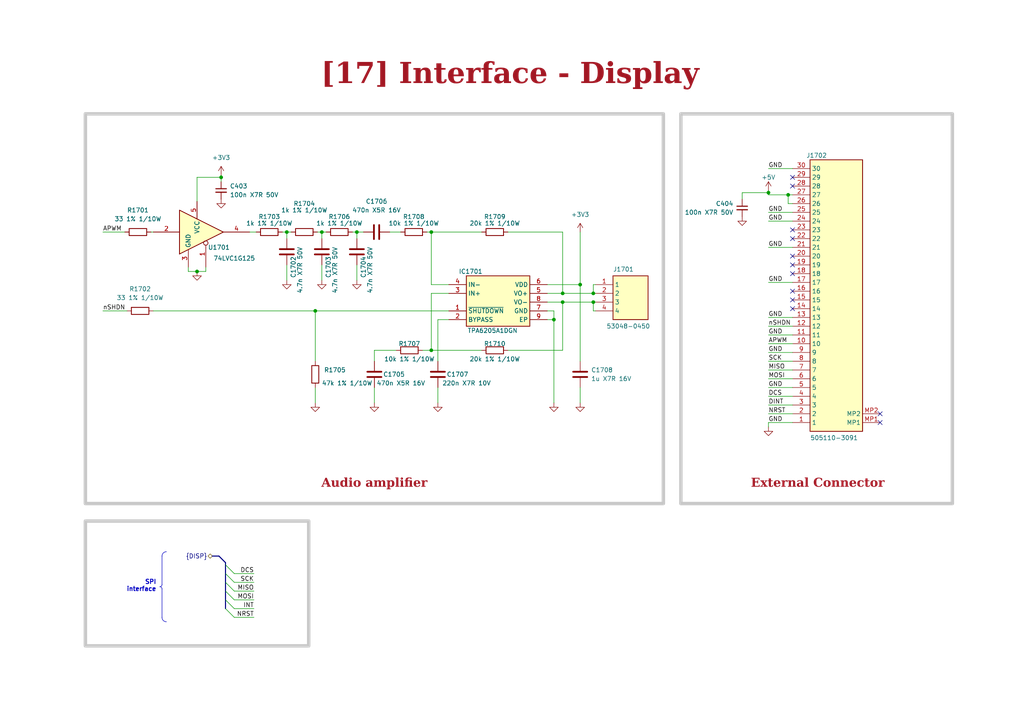
<source format=kicad_sch>
(kicad_sch (version 20230121) (generator eeschema)
  (paper "A4")
  (lib_symbols
    (symbol "505110-3091:505110-3091"
      (property "Reference" "J" (at 21.59 7.62 0))
      (property "Value" "505110-3091" (at 21.59 5.08 0))
      (symbol "505110-3091_1_1"
        (rectangle (start 5.08 2.54) (end 20.32 -76.2) (stroke (width 0.254)) (fill (type background)))
        (pin passive line (at 25.4 0 180) (length 5.08) (name "1") (number "1"))
        (pin passive line (at 25.4 -22.86 180) (length 5.08) (name "10") (number "10"))
        (pin passive line (at 25.4 -25.4 180) (length 5.08) (name "11") (number "11"))
        (pin passive line (at 25.4 -27.94 180) (length 5.08) (name "12") (number "12"))
        (pin passive line (at 25.4 -30.48 180) (length 5.08) (name "13") (number "13"))
        (pin passive line (at 25.4 -33.02 180) (length 5.08) (name "14") (number "14"))
        (pin passive line (at 25.4 -35.56 180) (length 5.08) (name "15") (number "15"))
        (pin passive line (at 25.4 -38.1 180) (length 5.08) (name "16") (number "16"))
        (pin passive line (at 25.4 -40.64 180) (length 5.08) (name "17") (number "17"))
        (pin passive line (at 25.4 -43.18 180) (length 5.08) (name "18") (number "18"))
        (pin passive line (at 25.4 -45.72 180) (length 5.08) (name "19") (number "19"))
        (pin passive line (at 25.4 -2.54 180) (length 5.08) (name "2") (number "2"))
        (pin passive line (at 25.4 -48.26 180) (length 5.08) (name "20") (number "20"))
        (pin passive line (at 25.4 -50.8 180) (length 5.08) (name "21") (number "21"))
        (pin passive line (at 25.4 -53.34 180) (length 5.08) (name "22") (number "22"))
        (pin passive line (at 25.4 -55.88 180) (length 5.08) (name "23") (number "23"))
        (pin passive line (at 25.4 -58.42 180) (length 5.08) (name "24") (number "24"))
        (pin passive line (at 25.4 -60.96 180) (length 5.08) (name "25") (number "25"))
        (pin passive line (at 25.4 -63.5 180) (length 5.08) (name "26") (number "26"))
        (pin passive line (at 25.4 -66.04 180) (length 5.08) (name "27") (number "27"))
        (pin passive line (at 25.4 -68.58 180) (length 5.08) (name "28") (number "28"))
        (pin passive line (at 25.4 -71.12 180) (length 5.08) (name "29") (number "29"))
        (pin passive line (at 25.4 -5.08 180) (length 5.08) (name "3") (number "3"))
        (pin passive line (at 25.4 -73.66 180) (length 5.08) (name "30") (number "30"))
        (pin passive line (at 25.4 -7.62 180) (length 5.08) (name "4") (number "4"))
        (pin passive line (at 25.4 -10.16 180) (length 5.08) (name "5") (number "5"))
        (pin passive line (at 25.4 -12.7 180) (length 5.08) (name "6") (number "6"))
        (pin passive line (at 25.4 -15.24 180) (length 5.08) (name "7") (number "7"))
        (pin passive line (at 25.4 -17.78 180) (length 5.08) (name "8") (number "8"))
        (pin passive line (at 25.4 -20.32 180) (length 5.08) (name "9") (number "9"))
        (pin passive line (at 0 0 0) (length 5.08) (name "MP1") (number "MP1"))
        (pin passive line (at 0 -2.54 0) (length 5.08) (name "MP2") (number "MP2"))
      )
    )
    (symbol "53048-0450:53048-0450"
      (property "Reference" "J" (at 16.51 7.62 0))
      (property "Value" "53048-0450" (at 16.51 5.08 0))
      (symbol "53048-0450_1_1"
        (rectangle (start 5.08 2.54) (end 15.24 -10.16) (stroke (width 0.254)) (fill (type background)))
        (pin passive line (at 0 0 0) (length 5.08) (name "1") (number "1"))
        (pin passive line (at 0 -2.54 0) (length 5.08) (name "2") (number "2"))
        (pin passive line (at 0 -5.08 0) (length 5.08) (name "3") (number "3"))
        (pin passive line (at 0 -7.62 0) (length 5.08) (name "4") (number "4"))
      )
    )
    (symbol "74xGxx:74LVC1G125"
      (property "Reference" "U4" (at 3.81 4.445 0))
      (property "Value" "74LVC1G125" (at 8.255 7.62 0))
      (symbol "74LVC1G125_0_1"
        (polyline (pts (xy -7.62 6.35) (xy -7.62 -6.35) (xy 5.08 0) (xy -7.62 6.35)) (stroke (width 0.254)) (fill (type background)))
      )
      (symbol "74LVC1G125_1_1"
        (pin input inverted (at 0 10.16 270) (length 7.62) (name "~") (number "1"))
        (pin input line (at -15.24 0 0) (length 7.62) (name "~") (number "2"))
        (pin power_in line (at -5.08 10.16 270) (length 5.08) (name "GND") (number "3"))
        (pin tri_state line (at 12.7 0 180) (length 7.62) (name "~") (number "4"))
        (pin power_in line (at -2.54 -8.89 90) (length 5.08) (name "VCC") (number "5"))
      )
    )
    (symbol "Device:C" (pin_numbers hide) (pin_names (offset 0.254))
      (property "Reference" "C" (at 0.635 2.54 0))
      (property "Value" "C" (at 0.635 -2.54 0))
      (symbol "C_0_1"
        (polyline (pts (xy -2.032 -0.762) (xy 2.032 -0.762)) (stroke (width 0.508)))
        (polyline (pts (xy -2.032 0.762) (xy 2.032 0.762)) (stroke (width 0.508)))
      )
      (symbol "C_1_1"
        (pin passive line (at 0 3.81 270) (length 2.794) (name "~") (number "1"))
        (pin passive line (at 0 -3.81 90) (length 2.794) (name "~") (number "2"))
      )
    )
    (symbol "Device:C_Small" (pin_numbers hide) (pin_names (offset 0.254) hide)
      (property "Reference" "C" (at 0.254 1.778 0))
      (property "Value" "C_Small" (at 0.254 -2.032 0))
      (symbol "C_Small_0_1"
        (polyline (pts (xy -1.524 -0.508) (xy 1.524 -0.508)) (stroke (width 0.3302)))
        (polyline (pts (xy -1.524 0.508) (xy 1.524 0.508)) (stroke (width 0.3048)))
      )
      (symbol "C_Small_1_1"
        (pin passive line (at 0 2.54 270) (length 2.032) (name "~") (number "1"))
        (pin passive line (at 0 -2.54 90) (length 2.032) (name "~") (number "2"))
      )
    )
    (symbol "Device:R" (pin_numbers hide) (pin_names (offset 0))
      (property "Reference" "R" (at 2.032 0 90))
      (property "Value" "R" (at 0 0 90))
      (symbol "R_0_1"
        (rectangle (start -1.016 -2.54) (end 1.016 2.54) (stroke (width 0.254)))
      )
      (symbol "R_1_1"
        (pin passive line (at 0 3.81 270) (length 1.27) (name "~") (number "1"))
        (pin passive line (at 0 -3.81 90) (length 1.27) (name "~") (number "2"))
      )
    )
    (symbol "TPA6205A1DGN:TPA6205A1DGN"
      (property "Reference" "IC5" (at -21.59 -19.05 0))
      (property "Value" "TPA6205A1DGN" (at -15.24 -36.195 0))
      (symbol "TPA6205A1DGN_1_1"
        (rectangle (start -22.86 -20.32) (end -4.445 -34.925) (stroke (width 0.254)) (fill (type background)))
        (pin passive line (at -27.94 -30.48 0) (length 5.08) (name "~{SHUTDOWN}") (number "1"))
        (pin passive line (at -27.94 -33.02 0) (length 5.08) (name "BYPASS") (number "2"))
        (pin input line (at -27.94 -25.4 0) (length 5.08) (name "IN+") (number "3"))
        (pin input line (at -27.94 -22.86 0) (length 5.08) (name "IN-") (number "4"))
        (pin passive line (at 0.635 -25.4 180) (length 5.08) (name "VO+") (number "5"))
        (pin power_in line (at 0.635 -22.86 180) (length 5.08) (name "VDD") (number "6"))
        (pin power_in line (at 0.635 -30.48 180) (length 5.08) (name "GND") (number "7"))
        (pin passive line (at 0.635 -27.94 180) (length 5.08) (name "VO-") (number "8"))
        (pin power_in line (at 0.635 -33.02 180) (length 5.08) (name "EP") (number "9"))
      )
    )
    (symbol "power:+3V3" (power) (pin_names (offset 0))
      (property "Value" "+3V3" (at 0 3.556 0))
      (symbol "+3V3_0_1"
        (polyline (pts (xy -0.762 1.27) (xy 0 2.54)))
        (polyline (pts (xy 0 0) (xy 0 2.54)))
        (polyline (pts (xy 0 2.54) (xy 0.762 1.27)))
      )
      (symbol "+3V3_1_1"
        (pin power_in line (at 0 0 90) (length 0) hide (name "+3V3") (number "1"))
      )
    )
    (symbol "power:+5V" (power) (pin_names (offset 0))
      (property "Value" "+5V" (at 0 3.556 0))
      (symbol "+5V_0_1"
        (polyline (pts (xy -0.762 1.27) (xy 0 2.54)))
        (polyline (pts (xy 0 0) (xy 0 2.54)))
        (polyline (pts (xy 0 2.54) (xy 0.762 1.27)))
      )
      (symbol "+5V_1_1"
        (pin power_in line (at 0 0 90) (length 0) hide (name "+5V") (number "1"))
      )
    )
    (symbol "power:GND" (power) (pin_names (offset 0))
      (property "Value" "GND" (at 0 -3.81 0))
      (symbol "GND_0_1"
        (polyline (pts (xy 0 0) (xy 0 -1.27) (xy 1.27 -1.27) (xy 0 -2.54) (xy -1.27 -1.27) (xy 0 -1.27)))
      )
      (symbol "GND_1_1"
        (pin power_in line (at 0 0 270) (length 0) hide (name "GND") (number "1"))
      )
    )
  )
  (junction (at 57.15 78.74))
  (junction (at 222.885 55.88))
  (junction (at 125.095 101.6))
  (junction (at 83.185 67.31))
  (junction (at 91.44 90.17))
  (junction (at 64.135 51.435))
  (junction (at 160.655 92.71))
  (junction (at 93.345 67.31))
  (junction (at 228.6 56.515))
  (junction (at 125.095 67.31))
  (junction (at 163.195 87.63))
  (junction (at 103.505 67.31))
  (junction (at 163.195 85.09))
  (junction (at 172.085 85.09))
  (junction (at 168.275 82.55))
  (junction (at 172.085 87.63))
  (no_connect (at 229.87 53.975))
  (no_connect (at 255.27 120.015))
  (no_connect (at 229.87 86.995))
  (no_connect (at 229.87 74.295))
  (no_connect (at 229.87 84.455))
  (no_connect (at 229.87 79.375))
  (no_connect (at 229.87 66.675))
  (no_connect (at 255.27 122.555))
  (no_connect (at 229.87 51.435))
  (no_connect (at 229.87 89.535))
  (no_connect (at 229.87 69.215))
  (no_connect (at 229.87 76.835))
  (bus_entry (at 65.405 168.905) (size 2.54 2.54))
  (bus_entry (at 65.405 163.825) (size 2.54 2.54))
  (bus_entry (at 65.405 171.445) (size 2.54 2.54))
  (bus_entry (at 65.405 173.985) (size 2.54 2.54))
  (bus_entry (at 65.405 166.365) (size 2.54 2.54))
  (bus_entry (at 65.405 176.525) (size 2.54 2.54))
  (wire (pts (xy 229.87 109.855) (xy 222.885 109.855)))
  (wire (pts (xy 93.345 76.835) (xy 93.345 81.28)))
  (wire (pts (xy 130.175 92.71) (xy 127 92.71)))
  (bus (pts (xy 65.405 163.825) (xy 65.405 166.365)))
  (wire (pts (xy 139.7 101.6) (xy 125.095 101.6)))
  (bus (pts (xy 65.405 163.19) (xy 65.405 163.825)))
  (bus (pts (xy 63.5 161.285) (xy 65.405 163.19)))
  (wire (pts (xy 158.75 85.09) (xy 163.195 85.09)))
  (wire (pts (xy 57.15 51.435) (xy 64.135 51.435)))
  (wire (pts (xy 172.72 82.55) (xy 172.085 82.55)))
  (wire (pts (xy 67.945 173.985) (xy 73.66 173.985)))
  (wire (pts (xy 163.195 67.31) (xy 163.195 85.09)))
  (wire (pts (xy 172.72 90.17) (xy 172.085 90.17)))
  (wire (pts (xy 67.945 168.905) (xy 73.66 168.905)))
  (wire (pts (xy 172.085 90.17) (xy 172.085 87.63)))
  (wire (pts (xy 64.135 50.8) (xy 64.135 51.435)))
  (wire (pts (xy 160.655 92.71) (xy 160.655 116.84)))
  (wire (pts (xy 72.39 67.31) (xy 74.295 67.31)))
  (wire (pts (xy 215.265 55.88) (xy 222.885 55.88)))
  (wire (pts (xy 103.505 67.31) (xy 103.505 69.215)))
  (wire (pts (xy 67.945 166.365) (xy 73.66 166.365)))
  (wire (pts (xy 83.185 67.31) (xy 84.455 67.31)))
  (wire (pts (xy 57.15 78.74) (xy 59.69 78.74)))
  (wire (pts (xy 147.32 101.6) (xy 163.195 101.6)))
  (wire (pts (xy 222.885 94.615) (xy 229.87 94.615)))
  (wire (pts (xy 113.03 67.31) (xy 116.205 67.31)))
  (wire (pts (xy 127 112.395) (xy 127 116.84)))
  (wire (pts (xy 44.45 90.17) (xy 91.44 90.17)))
  (wire (pts (xy 108.585 104.775) (xy 108.585 101.6)))
  (wire (pts (xy 81.915 67.31) (xy 83.185 67.31)))
  (wire (pts (xy 163.195 85.09) (xy 172.085 85.09)))
  (wire (pts (xy 59.69 77.47) (xy 59.69 78.74)))
  (polyline (pts (xy 46.99 161.285) (xy 46.99 169.545)))
  (wire (pts (xy 229.87 112.395) (xy 222.885 112.395)))
  (wire (pts (xy 125.095 67.31) (xy 125.095 82.55)))
  (wire (pts (xy 36.83 90.17) (xy 29.845 90.17)))
  (wire (pts (xy 125.095 67.31) (xy 139.7 67.31)))
  (wire (pts (xy 91.44 90.17) (xy 130.175 90.17)))
  (wire (pts (xy 125.095 101.6) (xy 125.095 85.09)))
  (polyline (pts (xy 46.99 170.81) (xy 46.99 179.07)))
  (bus (pts (xy 65.405 168.905) (xy 65.405 171.445)))
  (wire (pts (xy 229.87 48.895) (xy 222.885 48.895)))
  (wire (pts (xy 222.885 122.555) (xy 222.885 123.825)))
  (wire (pts (xy 83.185 67.31) (xy 83.185 69.215)))
  (wire (pts (xy 103.505 67.31) (xy 105.41 67.31)))
  (wire (pts (xy 172.085 82.55) (xy 172.085 85.09)))
  (wire (pts (xy 103.505 76.835) (xy 103.505 81.28)))
  (wire (pts (xy 108.585 101.6) (xy 114.935 101.6)))
  (wire (pts (xy 168.275 82.55) (xy 168.275 104.775)))
  (bus (pts (xy 65.405 173.985) (xy 65.405 176.525)))
  (wire (pts (xy 29.845 67.31) (xy 36.195 67.31)))
  (wire (pts (xy 158.75 87.63) (xy 163.195 87.63)))
  (bus (pts (xy 65.405 171.445) (xy 65.405 173.985)))
  (wire (pts (xy 91.44 112.395) (xy 91.44 116.84)))
  (bus (pts (xy 65.405 166.365) (xy 65.405 168.905)))
  (wire (pts (xy 125.095 85.09) (xy 130.175 85.09)))
  (wire (pts (xy 229.87 97.155) (xy 222.885 97.155)))
  (wire (pts (xy 229.87 122.555) (xy 222.885 122.555)))
  (wire (pts (xy 229.87 92.075) (xy 222.885 92.075)))
  (wire (pts (xy 163.195 87.63) (xy 163.195 101.6)))
  (wire (pts (xy 92.075 67.31) (xy 93.345 67.31)))
  (wire (pts (xy 43.815 67.31) (xy 44.45 67.31)))
  (wire (pts (xy 64.135 51.435) (xy 64.135 52.705)))
  (wire (pts (xy 67.945 176.525) (xy 73.66 176.525)))
  (wire (pts (xy 93.345 67.31) (xy 93.345 69.215)))
  (wire (pts (xy 229.87 102.235) (xy 222.885 102.235)))
  (wire (pts (xy 229.87 81.915) (xy 222.885 81.915)))
  (wire (pts (xy 163.195 87.63) (xy 172.085 87.63)))
  (bus (pts (xy 61.595 161.285) (xy 63.5 161.285)))
  (wire (pts (xy 229.87 120.015) (xy 222.885 120.015)))
  (wire (pts (xy 215.265 55.88) (xy 215.265 57.785)))
  (wire (pts (xy 172.085 87.63) (xy 172.72 87.63)))
  (wire (pts (xy 122.555 101.6) (xy 125.095 101.6)))
  (wire (pts (xy 229.87 99.695) (xy 222.885 99.695)))
  (wire (pts (xy 102.235 67.31) (xy 103.505 67.31)))
  (wire (pts (xy 222.885 55.245) (xy 222.885 55.88)))
  (wire (pts (xy 229.87 64.135) (xy 222.885 64.135)))
  (wire (pts (xy 158.75 82.55) (xy 168.275 82.55)))
  (wire (pts (xy 67.945 171.445) (xy 73.66 171.445)))
  (wire (pts (xy 158.75 90.17) (xy 160.655 90.17)))
  (wire (pts (xy 163.195 67.31) (xy 147.32 67.31)))
  (wire (pts (xy 108.585 112.395) (xy 108.585 116.84)))
  (wire (pts (xy 67.945 179.065) (xy 73.66 179.065)))
  (wire (pts (xy 160.655 92.71) (xy 158.75 92.71)))
  (wire (pts (xy 127 92.71) (xy 127 104.775)))
  (wire (pts (xy 160.655 90.17) (xy 160.655 92.71)))
  (wire (pts (xy 229.87 107.315) (xy 222.885 107.315)))
  (wire (pts (xy 222.885 55.88) (xy 222.885 56.515)))
  (wire (pts (xy 229.87 61.595) (xy 222.885 61.595)))
  (wire (pts (xy 229.87 59.055) (xy 228.6 59.055)))
  (wire (pts (xy 229.87 114.935) (xy 222.885 114.935)))
  (wire (pts (xy 228.6 56.515) (xy 222.885 56.515)))
  (wire (pts (xy 93.345 67.31) (xy 94.615 67.31)))
  (wire (pts (xy 91.44 90.17) (xy 91.44 104.775)))
  (wire (pts (xy 228.6 59.055) (xy 228.6 56.515)))
  (wire (pts (xy 83.185 76.835) (xy 83.185 81.28)))
  (wire (pts (xy 168.275 112.395) (xy 168.275 116.84)))
  (wire (pts (xy 54.61 78.74) (xy 54.61 77.47)))
  (wire (pts (xy 168.275 67.31) (xy 168.275 82.55)))
  (wire (pts (xy 172.085 85.09) (xy 172.72 85.09)))
  (wire (pts (xy 229.87 104.775) (xy 222.885 104.775)))
  (wire (pts (xy 228.6 56.515) (xy 229.87 56.515)))
  (wire (pts (xy 229.87 71.755) (xy 222.885 71.755)))
  (wire (pts (xy 229.87 117.475) (xy 222.885 117.475)))
  (wire (pts (xy 123.825 67.31) (xy 125.095 67.31)))
  (wire (pts (xy 54.61 78.74) (xy 57.15 78.74)))
  (wire (pts (xy 125.095 82.55) (xy 130.175 82.55)))
  (wire (pts (xy 57.15 58.42) (xy 57.15 51.435)))
  (arc (start 46.36 170.175) (mid 46.8102 170.3583) (end 46.995 170.81))
  (rectangle (start 197.485 33.02) (end 276.225 146.05) (stroke (width 1) (color 200 200 200 1)))
  (arc (start 46.995 169.54) (mid 46.8044 169.983) (end 46.36 170.175))
  (rectangle (start 24.765 33.02) (end 192.405 146.05) (stroke (width 1) (color 200 200 200 1)))
  (arc (start 48.26 180.34) (mid 47.3608 179.9707) (end 46.99 179.07))
  (rectangle (start 24.765 151.13) (end 89.535 187.325) (stroke (width 1) (color 200 200 200 1)))
  (arc (start 46.995 161.29) (mid 47.3608 160.3893) (end 48.26 160.02))
  (text_box "SPI interface " (at 36.83 167 0) (size 9.525 5.715) (stroke (width -0.0001)) (effects (font (size 1.27 1.27) (thickness 0.254) bold) (justify right top)))
  (text_box "External Connector" (at 197.485 133.985 0) (size 79.375 9.525) (stroke (width -0.0001)) (effects (font (size 2.54 2.54) (thickness 0.508) bold) (justify bottom)))
  (text_box "Audio amplifier" (at 24.765 133.985 0) (size 167.64 9.525) (stroke (width -0.0001)) (effects (font (size 2.54 2.54) (thickness 0.508) bold) (justify bottom)))
  (text_box "[17] Interface - Display\n" (at 11.43 15.24 0) (size 273.05 12.7) (stroke (width -0.0001)) (effects (font (size 6 6) (thickness 1.2) bold)))
  (label "DINT" (at 222.885 117.475 0))
  (label "MISO" (at 222.885 107.315 0))
  (label "SCK" (at 73.66 168.905 180))
  (label "INT" (at 73.66 176.525 180))
  (label "GND" (at 222.885 48.895 0))
  (label "GND" (at 222.885 122.555 0))
  (label "APWM" (at 222.885 99.695 0))
  (label "DCS" (at 73.66 166.365 180))
  (label "MOSI" (at 73.66 173.985 180))
  (label "GND" (at 222.885 71.755 0))
  (label "GND" (at 222.885 81.915 0))
  (label "APWM" (at 29.845 67.31 0))
  (label "nSHDN" (at 222.885 94.615 0))
  (label "GND" (at 222.885 112.395 0))
  (label "NRST" (at 73.66 179.065 180))
  (label "GND" (at 222.885 97.155 0))
  (label "MOSI" (at 222.885 109.855 0))
  (label "GND" (at 222.885 102.235 0))
  (label "GND" (at 222.885 64.135 0))
  (label "GND" (at 222.885 61.595 0))
  (label "MISO" (at 73.66 171.445 180))
  (label "SCK" (at 222.885 104.775 0))
  (label "NRST" (at 222.885 120.015 0))
  (label "GND" (at 222.885 92.075 0))
  (label "nSHDN" (at 29.845 90.17 0))
  (label "DCS" (at 222.885 114.935 0))
  (hierarchical_label "{DISP}" (shape bidirectional) (at 61.595 161.285 180))
  (symbol (lib_id "Device:C_Small") (at 215.265 60.325 0) (mirror y) (unit 1)
    (property "Reference" "C404" (at 212.725 59.0613 0) (effects (justify left)))
    (property "Value" "100n X7R 50V" (at 212.725 61.6013 0) (effects (justify left)))
    (property "Footprint" "0_capacitor_smd:C_0402_1005_DensityHigh" (effects hide))
    (property "Datasheet" "https://search.murata.co.jp/Ceramy/image/img/A01X/G101/ENG/GCM155R71H104KE02-01.pdf" (effects hide))
    (property "Description" "0.1 µF ±10% 50V Ceramic Capacitor X7R 0402 (1005 Metric)" (effects hide))
    (property "Manufacturer" "Murata Electronics" (effects hide))
    (property "Manufacturer Part Number" "GCM155R71H104KE02J" (effects hide))
    (property "Supplier 1" "Digikey" (effects hide))
    (property "Supplier Part Number 1" "490-14514-1-ND" (effects hide))
    (instances (project "smps_legged_robot" (path "" (reference "C404") (unit 1)) (path "" (reference "C1709") (unit 1))))
  )
  (symbol (lib_id "power:GND") (at 160.655 116.84 0) (unit 1)
    (property "Reference" "#PWR01710" (effects hide))
    (property "Value" "GND" (effects hide))
  )
  (symbol (lib_id "Device:C") (at 127 108.585 0) (unit 1)
    (property "Reference" "C1707" (at 129.54 108.585 0) (effects (justify left)))
    (property "Value" "220n X7R 10V" (at 128.27 111.125 0) (effects (justify left)))
    (property "Footprint" "0_capacitor_smd:C_0603_1608_DensityHigh" (effects hide))
  )
  (symbol (lib_id "power:GND") (at 103.505 81.28 0) (unit 1)
    (property "Reference" "#PWR01707" (effects hide))
    (property "Value" "GND" (effects hide))
  )
  (symbol (lib_id "Device:R") (at 118.745 101.6 90) (unit 1)
    (property "Reference" "R1707" (at 118.745 99.695 90))
    (property "Value" "10k 1% 1/10W" (at 118.745 104.14 90))
    (property "Footprint" "0_resistor_smd:R_0603_1608_DensityHigh" (effects hide))
  )
  (symbol (lib_id "Device:C") (at 83.185 73.025 0) (unit 1)
    (property "Reference" "C1702" (at 85.09 80.645 90) (effects (justify left)))
    (property "Value" "4.7n X7R 50V" (at 86.995 85.09 90) (effects (justify left)))
    (property "Footprint" "0_capacitor_smd:C_0603_1608_DensityHigh" (effects hide))
  )
  (symbol (lib_id "Device:R") (at 40.64 90.17 90) (unit 1)
    (property "Reference" "R1702" (at 40.64 83.82 90))
    (property "Value" "33 1% 1/10W" (at 40.64 86.36 90))
    (property "Footprint" "0_resistor_smd:R_0603_1608_DensityHigh" (effects hide))
  )
  (symbol (lib_id "Device:C") (at 168.275 108.585 0) (unit 1)
    (property "Reference" "C1708" (at 171.45 107.315 0) (effects (justify left)))
    (property "Value" "1u X7R 16V  " (at 171.45 109.855 0) (effects (justify left)))
    (property "Footprint" "0_capacitor_smd:C_0603_1608_DensityHigh" (effects hide))
  )
  (symbol (lib_id "TPA6205A1DGN:TPA6205A1DGN") (at 158.115 59.69 0) (unit 1)
    (property "Reference" "IC1701" (at 136.525 78.74 0))
    (property "Value" "TPA6205A1DGN" (at 142.875 95.885 0))
    (property "Footprint" "0_connectors:SOP65P490X110-9N" (effects hide))
    (property "Datasheet" "http://www.ti.com/lit/ds/symlink/tpa6205a1.pdf" (effects hide))
    (property "Height" "1.1" (effects hide))
    (property "Mouser Part Number" "595-TPA6205A1DGN" (effects hide))
    (property "Mouser Price/Stock" "https://www.mouser.co.uk/ProductDetail/Texas-Instruments/TPA6205A1DGN?qs=7kv20MEVUljOyoi6kBHf1Q%3D%3D" (effects hide))
    (property "Manufacturer_Name" "Texas Instruments" (effects hide))
    (property "Manufacturer_Part_Number" "TPA6205A1DGN" (effects hide))
  )
  (symbol (lib_id "Device:R") (at 143.51 67.31 90) (unit 1)
    (property "Reference" "R1709" (at 143.51 62.865 90))
    (property "Value" "20k 1% 1/10W" (at 143.51 64.77 90))
    (property "Footprint" "0_resistor_smd:R_0603_1608_DensityHigh" (effects hide))
  )
  (symbol (lib_id "power:GND") (at 83.185 81.28 0) (unit 1)
    (property "Reference" "#PWR01704" (effects hide))
    (property "Value" "GND" (effects hide))
  )
  (symbol (lib_id "Device:R") (at 40.005 67.31 90) (unit 1)
    (property "Reference" "R1701" (at 40.005 60.96 90))
    (property "Value" "33 1% 1/10W" (at 40.005 63.5 90))
    (property "Footprint" "0_resistor_smd:R_0603_1608_DensityHigh" (effects hide))
  )
  (symbol (lib_id "power:GND") (at 91.44 116.84 0) (unit 1)
    (property "Reference" "#PWR01705" (effects hide))
    (property "Value" "GND" (effects hide))
  )
  (symbol (lib_id "power:GND") (at 64.135 57.785 0) (unit 1)
    (property "Reference" "#PWR01703" (effects hide))
    (property "Value" "GND" (effects hide))
  )
  (symbol (lib_id "power:GND") (at 127 116.84 0) (unit 1)
    (property "Reference" "#PWR01709" (effects hide))
    (property "Value" "GND" (effects hide))
  )
  (symbol (lib_id "power:GND") (at 57.15 78.74 0) (unit 1)
    (property "Reference" "#PWR01701" (effects hide))
    (property "Value" "GND" (effects hide))
  )
  (symbol (lib_id "Device:C") (at 109.22 67.31 90) (unit 1)
    (property "Reference" "C1706" (at 109.22 58.42 90))
    (property "Value" "470n X5R 16V" (at 109.22 60.96 90))
    (property "Footprint" "0_capacitor_smd:C_0603_1608_DensityHigh" (effects hide))
  )
  (symbol (lib_id "Device:C") (at 108.585 108.585 0) (unit 1)
    (property "Reference" "C1705" (at 111.125 108.585 0) (effects (justify left)))
    (property "Value" "470n X5R 16V" (at 109.22 111.125 0) (effects (justify left)))
    (property "Footprint" "0_capacitor_smd:C_0603_1608_DensityHigh" (effects hide))
  )
  (symbol (lib_id "power:+3V3") (at 168.275 67.31 0) (unit 1)
    (property "Reference" "#PWR01711" (effects hide))
    (property "Value" "+3V3" (at 168.275 62.23 0))
  )
  (symbol (lib_id "Device:R") (at 120.015 67.31 90) (unit 1)
    (property "Reference" "R1708" (at 120.015 62.865 90))
    (property "Value" "10k 1% 1/10W" (at 120.015 64.77 90))
    (property "Footprint" "0_resistor_smd:R_0603_1608_DensityHigh" (effects hide))
  )
  (symbol (lib_id "74xGxx:74LVC1G125") (at 59.69 67.31 0) (mirror x) (unit 1)
    (property "Reference" "U1701" (at 63.5 71.755 0))
    (property "Value" "74LVC1G125" (at 67.945 74.93 0))
    (property "Footprint" "0_package_SON:SOT95P280X145-5N" (effects hide))
    (property "Datasheet" "https://www.ti.com/lit/ds/symlink/sn74lvc1g125.pdf" (effects hide))
  )
  (symbol (lib_id "Device:R") (at 78.105 67.31 90) (unit 1)
    (property "Reference" "R1703" (at 78.105 62.865 90))
    (property "Value" "1k 1% 1/10W" (at 78.105 64.77 90))
    (property "Footprint" "0_resistor_smd:R_0603_1608_DensityHigh" (effects hide))
  )
  (symbol (lib_id "Device:C") (at 93.345 73.025 0) (unit 1)
    (property "Reference" "C1703" (at 95.25 80.645 90) (effects (justify left)))
    (property "Value" "4.7n X7R 50V" (at 97.155 85.09 90) (effects (justify left)))
    (property "Footprint" "0_capacitor_smd:C_0603_1608_DensityHigh" (effects hide))
  )
  (symbol (lib_id "power:GND") (at 168.275 116.84 0) (unit 1)
    (property "Reference" "#PWR01712" (effects hide))
    (property "Value" "GND" (effects hide))
  )
  (symbol (lib_id "53048-0450:53048-0450") (at 172.72 82.55 0) (unit 1)
    (property "Reference" "J1701" (at 177.8 78.105 0) (effects (justify left)))
    (property "Value" "53048-0450" (at 175.895 94.615 0) (effects (justify left)))
    (property "Footprint" "0_connectors:SHDRRA4W35P0X125_1X4_675X550X350P" (effects hide))
    (property "Datasheet" "https://www.molex.com/pdm_docs/sd/530480450_sd.pdf" (effects hide))
    (property "Height" "3.5" (effects hide))
    (property "Mouser Part Number" "538-53048-0450" (effects hide))
    (property "Mouser Price/Stock" "https://www.mouser.co.uk/ProductDetail/Molex/53048-0450?qs=0lSvoLzn4L%252Bhzo05ywM78Q%3D%3D" (effects hide))
    (property "Manufacturer_Name" "Molex" (effects hide))
    (property "Manufacturer_Part_Number" "53048-0450" (effects hide))
  )
  (symbol (lib_id "power:+5V") (at 222.885 55.245 0) (unit 1)
    (property "Reference" "#PWR01714" (effects hide))
    (property "Value" "+5V" (at 222.885 51.435 0))
  )
  (symbol (lib_id "power:GND") (at 222.885 123.825 0) (unit 1)
    (property "Reference" "#PWR01715" (effects hide))
    (property "Value" "GND" (effects hide))
  )
  (symbol (lib_id "Device:R") (at 143.51 101.6 90) (unit 1)
    (property "Reference" "R1710" (at 143.51 99.695 90))
    (property "Value" "20k 1% 1/10W" (at 143.51 104.14 90))
    (property "Footprint" "0_resistor_smd:R_0603_1608_DensityHigh" (effects hide))
  )
  (symbol (lib_id "power:GND") (at 108.585 116.84 0) (unit 1)
    (property "Reference" "#PWR01708" (effects hide))
    (property "Value" "GND" (effects hide))
  )
  (symbol (lib_id "Device:C") (at 103.505 73.025 0) (unit 1)
    (property "Reference" "C1704" (at 105.41 80.645 90) (effects (justify left)))
    (property "Value" "4.7n X7R 50V" (at 107.315 85.09 90) (effects (justify left)))
    (property "Footprint" "0_capacitor_smd:C_0603_1608_DensityHigh" (effects hide))
  )
  (symbol (lib_id "Device:R") (at 88.265 67.31 90) (unit 1)
    (property "Reference" "R1704" (at 88.265 59.055 90))
    (property "Value" "1k 1% 1/10W" (at 88.265 60.96 90))
    (property "Footprint" "0_resistor_smd:R_0603_1608_DensityHigh" (effects hide))
  )
  (symbol (lib_id "power:GND") (at 93.345 81.28 0) (unit 1)
    (property "Reference" "#PWR01706" (effects hide))
    (property "Value" "GND" (effects hide))
  )
  (symbol (lib_id "Device:R") (at 98.425 67.31 90) (unit 1)
    (property "Reference" "R1706" (at 98.425 62.865 90))
    (property "Value" "1k 1% 1/10W" (at 98.425 64.77 90))
    (property "Footprint" "0_resistor_smd:R_0603_1608_DensityHigh" (effects hide))
  )
  (symbol (lib_id "power:+3V3") (at 64.135 50.8 0) (unit 1)
    (property "Reference" "#PWR01702" (effects hide))
    (property "Value" "+3V3" (at 64.135 45.72 0))
  )
  (symbol (lib_id "Device:C_Small") (at 64.135 55.245 0) (unit 1)
    (property "Reference" "C403" (at 66.675 53.9813 0) (effects (justify left)))
    (property "Value" "100n X7R 50V" (at 66.675 56.5213 0) (effects (justify left)))
    (property "Footprint" "0_capacitor_smd:C_0402_1005_DensityHigh" (effects hide))
    (property "Datasheet" "https://search.murata.co.jp/Ceramy/image/img/A01X/G101/ENG/GCM155R71H104KE02-01.pdf" (effects hide))
    (property "Description" "0.1 µF ±10% 50V Ceramic Capacitor X7R 0402 (1005 Metric)" (effects hide))
    (property "Manufacturer" "Murata Electronics" (effects hide))
    (property "Manufacturer Part Number" "GCM155R71H104KE02J" (effects hide))
    (property "Supplier 1" "Digikey" (effects hide))
    (property "Supplier Part Number 1" "490-14514-1-ND" (effects hide))
    (instances (project "smps_legged_robot" (path "" (reference "C403") (unit 1)) (path "" (reference "C1701") (unit 1))))
  )
  (symbol (lib_id "Device:R") (at 91.44 108.585 180) (unit 1)
    (property "Reference" "R1705" (at 93.98 107.315 0) (effects (justify right)))
    (property "Value" "47k 1% 1/10W" (at 93.345 111.125 0) (effects (justify right)))
    (property "Footprint" "0_resistor_smd:R_0603_1608_DensityHigh" (effects hide))
  )
  (symbol (lib_id "power:GND") (at 215.265 62.865 0) (unit 1)
    (property "Reference" "#PWR029" (effects hide))
    (property "Value" "GND" (effects hide))
    (instances (project "smps_legged_robot" (path "" (reference "#PWR029") (unit 1)) (path "" (reference "#PWR01713") (unit 1))) (project "nav_lower_controller" (path "" (reference "#PWR041") (unit 1)) (path "" (reference "#PWR041") (unit 1))))
  )
  (symbol (lib_id "505110-3091:505110-3091") (at 255.27 122.555 180) (unit 1)
    (property "Reference" "J1702" (at 236.855 45.085 0))
    (property "Value" "505110-3091" (at 241.935 127 0))
    (property "Footprint" "0_connectors:5051103091" (effects hide))
    (property "Datasheet" "https://www.molex.com/pdm_docs/sd/5051103091_sd.pdf" (effects hide))
    (property "Height" "2.1" (effects hide))
    (property "Mouser Part Number" "538-505110-3091" (effects hide))
    (property "Mouser Price/Stock" "https://www.mouser.co.uk/ProductDetail/Molex/505110-3091?qs=fSIr1QPo%2F%2FSZ9fkf9Qvqqg%3D%3D" (effects hide))
    (property "Manufacturer_Name" "Molex" (effects hide))
    (property "Manufacturer_Part_Number" "505110-3091" (effects hide))
  )
)
</source>
